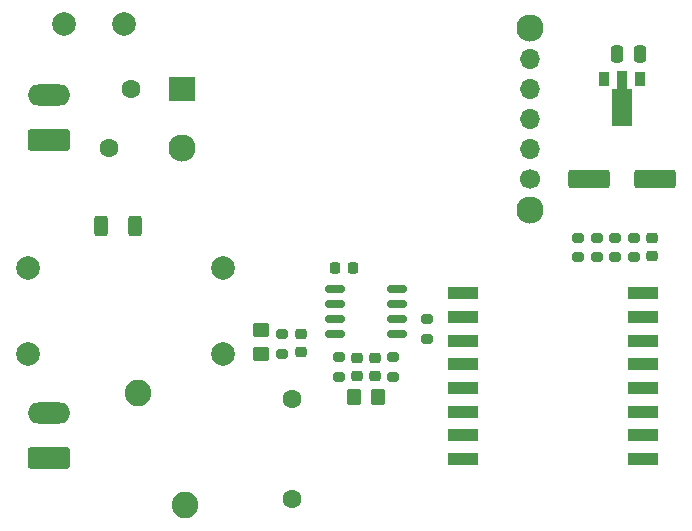
<source format=gbr>
%TF.GenerationSoftware,KiCad,Pcbnew,7.0.5-0*%
%TF.CreationDate,2023-10-21T17:04:42+08:00*%
%TF.ProjectId,Energy,456e6572-6779-42e6-9b69-6361645f7063,rev?*%
%TF.SameCoordinates,Original*%
%TF.FileFunction,Soldermask,Top*%
%TF.FilePolarity,Negative*%
%FSLAX46Y46*%
G04 Gerber Fmt 4.6, Leading zero omitted, Abs format (unit mm)*
G04 Created by KiCad (PCBNEW 7.0.5-0) date 2023-10-21 17:04:42*
%MOMM*%
%LPD*%
G01*
G04 APERTURE LIST*
G04 Aperture macros list*
%AMRoundRect*
0 Rectangle with rounded corners*
0 $1 Rounding radius*
0 $2 $3 $4 $5 $6 $7 $8 $9 X,Y pos of 4 corners*
0 Add a 4 corners polygon primitive as box body*
4,1,4,$2,$3,$4,$5,$6,$7,$8,$9,$2,$3,0*
0 Add four circle primitives for the rounded corners*
1,1,$1+$1,$2,$3*
1,1,$1+$1,$4,$5*
1,1,$1+$1,$6,$7*
1,1,$1+$1,$8,$9*
0 Add four rect primitives between the rounded corners*
20,1,$1+$1,$2,$3,$4,$5,0*
20,1,$1+$1,$4,$5,$6,$7,0*
20,1,$1+$1,$6,$7,$8,$9,0*
20,1,$1+$1,$8,$9,$2,$3,0*%
%AMFreePoly0*
4,1,9,3.862500,-0.866500,0.737500,-0.866500,0.737500,-0.450000,-0.737500,-0.450000,-0.737500,0.450000,0.737500,0.450000,0.737500,0.866500,3.862500,0.866500,3.862500,-0.866500,3.862500,-0.866500,$1*%
G04 Aperture macros list end*
%ADD10R,2.500000X1.000000*%
%ADD11RoundRect,0.200000X0.275000X-0.200000X0.275000X0.200000X-0.275000X0.200000X-0.275000X-0.200000X0*%
%ADD12RoundRect,0.225000X-0.250000X0.225000X-0.250000X-0.225000X0.250000X-0.225000X0.250000X0.225000X0*%
%ADD13RoundRect,0.250000X-0.312500X-0.625000X0.312500X-0.625000X0.312500X0.625000X-0.312500X0.625000X0*%
%ADD14RoundRect,0.225000X0.250000X-0.225000X0.250000X0.225000X-0.250000X0.225000X-0.250000X-0.225000X0*%
%ADD15C,2.000000*%
%ADD16RoundRect,0.250000X1.550000X-0.650000X1.550000X0.650000X-1.550000X0.650000X-1.550000X-0.650000X0*%
%ADD17O,3.600000X1.800000*%
%ADD18RoundRect,0.250000X-0.250000X-0.475000X0.250000X-0.475000X0.250000X0.475000X-0.250000X0.475000X0*%
%ADD19RoundRect,0.200000X-0.275000X0.200000X-0.275000X-0.200000X0.275000X-0.200000X0.275000X0.200000X0*%
%ADD20RoundRect,0.250000X-1.500000X-0.550000X1.500000X-0.550000X1.500000X0.550000X-1.500000X0.550000X0*%
%ADD21C,2.250000*%
%ADD22C,1.600000*%
%ADD23R,2.300000X2.000000*%
%ADD24C,2.300000*%
%ADD25RoundRect,0.150000X-0.675000X-0.150000X0.675000X-0.150000X0.675000X0.150000X-0.675000X0.150000X0*%
%ADD26R,0.900000X1.300000*%
%ADD27FreePoly0,270.000000*%
%ADD28RoundRect,0.225000X-0.225000X-0.250000X0.225000X-0.250000X0.225000X0.250000X-0.225000X0.250000X0*%
%ADD29RoundRect,0.250000X-0.450000X0.350000X-0.450000X-0.350000X0.450000X-0.350000X0.450000X0.350000X0*%
%ADD30RoundRect,0.250000X0.350000X0.450000X-0.350000X0.450000X-0.350000X-0.450000X0.350000X-0.450000X0*%
%ADD31C,1.700000*%
%ADD32O,1.700000X1.700000*%
G04 APERTURE END LIST*
D10*
%TO.C,U2*%
X161430000Y-75710000D03*
X161430000Y-73710000D03*
X161430000Y-71710000D03*
X161430000Y-69710000D03*
X161430000Y-67710000D03*
X161430000Y-65710000D03*
X161430000Y-63710000D03*
X161430000Y-61710000D03*
X146230000Y-61710000D03*
X146230000Y-63710000D03*
X146230000Y-65710000D03*
X146230000Y-67710000D03*
X146230000Y-69710000D03*
X146230000Y-71710000D03*
X146230000Y-73710000D03*
X146230000Y-75710000D03*
%TD*%
D11*
%TO.C,R3*%
X157530000Y-58635000D03*
X157530000Y-56985000D03*
%TD*%
D12*
%TO.C,C7*%
X138740000Y-67185000D03*
X138740000Y-68735000D03*
%TD*%
D13*
%TO.C,R10*%
X115537500Y-56030000D03*
X118462500Y-56030000D03*
%TD*%
D11*
%TO.C,R4*%
X143180000Y-65535000D03*
X143180000Y-63885000D03*
%TD*%
%TO.C,R1*%
X160670000Y-58635000D03*
X160670000Y-56985000D03*
%TD*%
D14*
%TO.C,C6*%
X137200000Y-68735000D03*
X137200000Y-67185000D03*
%TD*%
D12*
%TO.C,C8*%
X132500000Y-65160000D03*
X132500000Y-66710000D03*
%TD*%
D15*
%TO.C,L3*%
X109400000Y-59600000D03*
X109400000Y-66800000D03*
X125900000Y-59600000D03*
X125900000Y-66800000D03*
%TD*%
D11*
%TO.C,R5*%
X155950000Y-58635000D03*
X155950000Y-56985000D03*
%TD*%
D16*
%TO.C,J2*%
X111142500Y-75687500D03*
D17*
X111142500Y-71877500D03*
%TD*%
D15*
%TO.C,F1*%
X112460000Y-38930000D03*
X117540000Y-38940000D03*
%TD*%
D18*
%TO.C,C2*%
X159250000Y-41400000D03*
X161150000Y-41400000D03*
%TD*%
D19*
%TO.C,R11*%
X130910000Y-65160000D03*
X130910000Y-66810000D03*
%TD*%
D20*
%TO.C,C3*%
X156900000Y-52005000D03*
X162500000Y-52005000D03*
%TD*%
D21*
%TO.C,L1*%
X122700000Y-79630000D03*
X118700000Y-70130000D03*
D22*
X131700000Y-70630000D03*
X131700000Y-79130000D03*
%TD*%
D23*
%TO.C,PS1*%
X122437500Y-44430000D03*
D24*
X122437500Y-49430000D03*
X151837500Y-39230000D03*
X151837500Y-54630000D03*
%TD*%
D14*
%TO.C,C4*%
X162240000Y-58585000D03*
X162240000Y-57035000D03*
%TD*%
D19*
%TO.C,R8*%
X140270000Y-67135000D03*
X140270000Y-68785000D03*
%TD*%
D25*
%TO.C,U3*%
X135355000Y-61345000D03*
X135355000Y-62615000D03*
X135355000Y-63885000D03*
X135355000Y-65155000D03*
X140605000Y-65155000D03*
X140605000Y-63885000D03*
X140605000Y-62615000D03*
X140605000Y-61345000D03*
%TD*%
D26*
%TO.C,U1*%
X161150000Y-43550000D03*
D27*
X159650000Y-43637500D03*
D26*
X158150000Y-43550000D03*
%TD*%
D19*
%TO.C,R6*%
X135670000Y-67135000D03*
X135670000Y-68785000D03*
%TD*%
D16*
%TO.C,J1*%
X111142500Y-48740000D03*
D17*
X111142500Y-44930000D03*
%TD*%
D11*
%TO.C,R2*%
X159100000Y-58635000D03*
X159100000Y-56985000D03*
%TD*%
D28*
%TO.C,C5*%
X135355000Y-59580000D03*
X136905000Y-59580000D03*
%TD*%
D29*
%TO.C,R9*%
X129090000Y-64810000D03*
X129090000Y-66810000D03*
%TD*%
D22*
%TO.C,RV1*%
X118120000Y-44430000D03*
X116220000Y-49430000D03*
%TD*%
D30*
%TO.C,R7*%
X138970000Y-70480000D03*
X136970000Y-70480000D03*
%TD*%
D31*
%TO.C,J3*%
X151837500Y-52005000D03*
D32*
X151837500Y-49465000D03*
X151837500Y-46925000D03*
X151837500Y-44385000D03*
X151837500Y-41845000D03*
%TD*%
M02*

</source>
